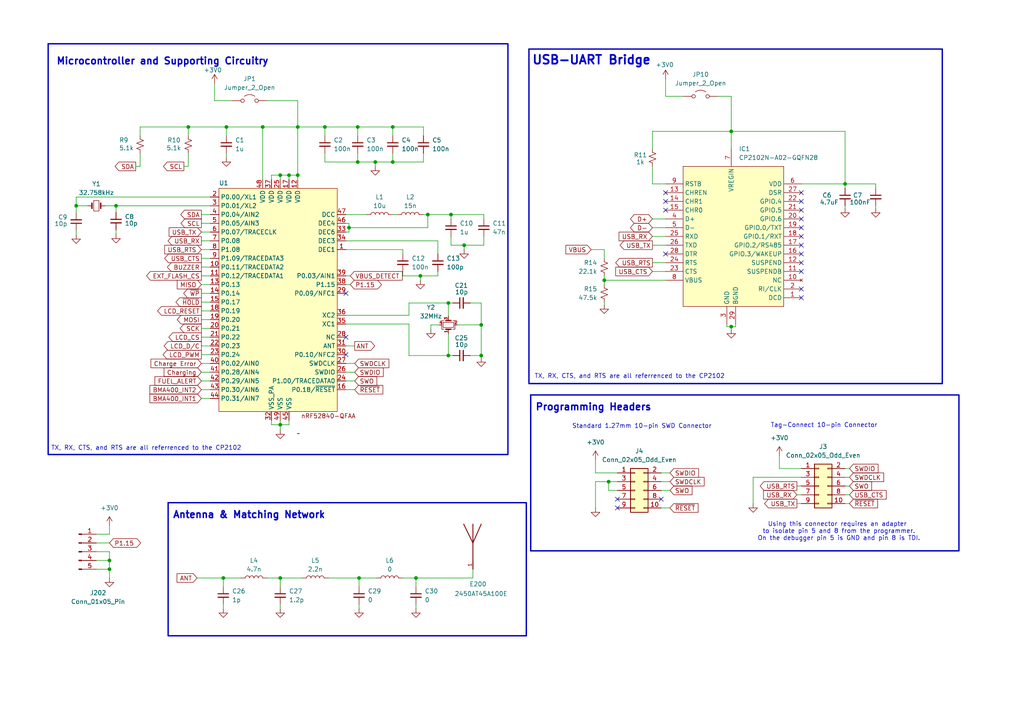
<source format=kicad_sch>
(kicad_sch (version 20231120) (generator "eeschema") (generator_version "8.0")
  (paper "A4")
  (lib_symbols
    (symbol "Connector:Conn_01x05_Pin" (pin_names (offset 1.016) hide)
      (property "Reference" "J" (at 0 7.62 0))
      (property "Value" "Conn_01x05_Pin" (at 0 -7.62 0))
      (symbol "Conn_01x05_Pin_1_1"
        (polyline (pts (xy 1.27 -5.08) (xy 0.8636 -5.08)) (stroke (width 0.1524)))
        (polyline (pts (xy 1.27 -2.54) (xy 0.8636 -2.54)) (stroke (width 0.1524)))
        (polyline (pts (xy 1.27 0) (xy 0.8636 0)) (stroke (width 0.1524)))
        (polyline (pts (xy 1.27 2.54) (xy 0.8636 2.54)) (stroke (width 0.1524)))
        (polyline (pts (xy 1.27 5.08) (xy 0.8636 5.08)) (stroke (width 0.1524)))
        (rectangle (start 0.8636 -4.953) (end 0 -5.207) (stroke (width 0.1524)) (fill (type outline)))
        (rectangle (start 0.8636 -2.413) (end 0 -2.667) (stroke (width 0.1524)) (fill (type outline)))
        (rectangle (start 0.8636 0.127) (end 0 -0.127) (stroke (width 0.1524)) (fill (type outline)))
        (rectangle (start 0.8636 2.667) (end 0 2.413) (stroke (width 0.1524)) (fill (type outline)))
        (rectangle (start 0.8636 5.207) (end 0 4.953) (stroke (width 0.1524)) (fill (type outline)))
        (pin passive line (at 5.08 5.08 180) (length 3.81) (name "Pin_1") (number "1"))
        (pin passive line (at 5.08 2.54 180) (length 3.81) (name "Pin_2") (number "2"))
        (pin passive line (at 5.08 0 180) (length 3.81) (name "Pin_3") (number "3"))
        (pin passive line (at 5.08 -2.54 180) (length 3.81) (name "Pin_4") (number "4"))
        (pin passive line (at 5.08 -5.08 180) (length 3.81) (name "Pin_5") (number "5"))
      )
    )
    (symbol "Connector_Generic:Conn_02x05_Odd_Even" (pin_names (offset 1.016) hide)
      (property "Reference" "J" (at 1.27 7.62 0))
      (property "Value" "Conn_02x05_Odd_Even" (at 1.27 -7.62 0))
      (symbol "Conn_02x05_Odd_Even_1_1"
        (rectangle (start -1.27 -4.953) (end 0 -5.207) (stroke (width 0.1524)))
        (rectangle (start -1.27 -2.413) (end 0 -2.667) (stroke (width 0.1524)))
        (rectangle (start -1.27 0.127) (end 0 -0.127) (stroke (width 0.1524)))
        (rectangle (start -1.27 2.667) (end 0 2.413) (stroke (width 0.1524)))
        (rectangle (start -1.27 5.207) (end 0 4.953) (stroke (width 0.1524)))
        (rectangle (start -1.27 6.35) (end 3.81 -6.35) (stroke (width 0.254)) (fill (type background)))
        (rectangle (start 3.81 -4.953) (end 2.54 -5.207) (stroke (width 0.1524)))
        (rectangle (start 3.81 -2.413) (end 2.54 -2.667) (stroke (width 0.1524)))
        (rectangle (start 3.81 0.127) (end 2.54 -0.127) (stroke (width 0.1524)))
        (rectangle (start 3.81 2.667) (end 2.54 2.413) (stroke (width 0.1524)))
        (rectangle (start 3.81 5.207) (end 2.54 4.953) (stroke (width 0.1524)))
        (pin passive line (at -5.08 5.08 0) (length 3.81) (name "Pin_1") (number "1"))
        (pin passive line (at 7.62 -5.08 180) (length 3.81) (name "Pin_10") (number "10"))
        (pin passive line (at 7.62 5.08 180) (length 3.81) (name "Pin_2") (number "2"))
        (pin passive line (at -5.08 2.54 0) (length 3.81) (name "Pin_3") (number "3"))
        (pin passive line (at 7.62 2.54 180) (length 3.81) (name "Pin_4") (number "4"))
        (pin passive line (at -5.08 0 0) (length 3.81) (name "Pin_5") (number "5"))
        (pin passive line (at 7.62 0 180) (length 3.81) (name "Pin_6") (number "6"))
        (pin passive line (at -5.08 -2.54 0) (length 3.81) (name "Pin_7") (number "7"))
        (pin passive line (at 7.62 -2.54 180) (length 3.81) (name "Pin_8") (number "8"))
        (pin passive line (at -5.08 -5.08 0) (length 3.81) (name "Pin_9") (number "9"))
      )
    )
    (symbol "Device:C_Small" (pin_numbers hide) (pin_names (offset 0.254) hide)
      (property "Reference" "C" (at 0.254 1.778 0))
      (property "Value" "C_Small" (at 0.254 -2.032 0))
      (symbol "C_Small_0_1"
        (polyline (pts (xy -1.524 -0.508) (xy 1.524 -0.508)) (stroke (width 0.3302)))
        (polyline (pts (xy -1.524 0.508) (xy 1.524 0.508)) (stroke (width 0.3048)))
      )
      (symbol "C_Small_1_1"
        (pin passive line (at 0 2.54 270) (length 2.032) (name "~") (number "1"))
        (pin passive line (at 0 -2.54 90) (length 2.032) (name "~") (number "2"))
      )
    )
    (symbol "Device:Crystal_GND24_Small" (pin_names (offset 1.016) hide)
      (property "Reference" "Y" (at 1.27 4.445 0))
      (property "Value" "Crystal_GND24_Small" (at 1.27 2.54 0))
      (symbol "Crystal_GND24_Small_0_1"
        (rectangle (start -0.762 -1.524) (end 0.762 1.524))
        (polyline (pts (xy -1.27 -0.762) (xy -1.27 0.762)) (stroke (width 0.381)))
        (polyline (pts (xy 1.27 -0.762) (xy 1.27 0.762)) (stroke (width 0.381)))
        (polyline (pts (xy -1.27 -1.27) (xy -1.27 -1.905) (xy 1.27 -1.905) (xy 1.27 -1.27)))
        (polyline (pts (xy -1.27 1.27) (xy -1.27 1.905) (xy 1.27 1.905) (xy 1.27 1.27)))
      )
      (symbol "Crystal_GND24_Small_1_1"
        (pin passive line (at -2.54 0 0) (length 1.27) (name "1") (number "1"))
        (pin passive line (at 0 -2.54 90) (length 0.635) (name "2") (number "2"))
        (pin passive line (at 2.54 0 180) (length 1.27) (name "3") (number "3"))
        (pin passive line (at 0 2.54 270) (length 0.635) (name "4") (number "4"))
      )
    )
    (symbol "Device:Crystal_Small" (pin_numbers hide) (pin_names (offset 1.016) hide)
      (property "Reference" "Y" (at 0 2.54 0))
      (property "Value" "Crystal_Small" (at 0 -2.54 0))
      (symbol "Crystal_Small_0_1"
        (rectangle (start -0.762 -1.524) (end 0.762 1.524))
        (polyline (pts (xy -1.27 -0.762) (xy -1.27 0.762)) (stroke (width 0.381)))
        (polyline (pts (xy 1.27 -0.762) (xy 1.27 0.762)) (stroke (width 0.381)))
      )
      (symbol "Crystal_Small_1_1"
        (pin passive line (at -2.54 0 0) (length 1.27) (name "1") (number "1"))
        (pin passive line (at 2.54 0 180) (length 1.27) (name "2") (number "2"))
      )
    )
    (symbol "Device:L" (pin_numbers hide) (pin_names (offset 1.016) hide)
      (property "Reference" "L" (at -1.27 0 90))
      (property "Value" "L" (at 1.905 0 90))
      (symbol "L_0_1"
        (arc (start 0 -2.54) (mid 0.6323 -1.905) (end 0 -1.27))
        (arc (start 0 -1.27) (mid 0.6323 -0.635) (end 0 0))
        (arc (start 0 0) (mid 0.6323 0.635) (end 0 1.27))
        (arc (start 0 1.27) (mid 0.6323 1.905) (end 0 2.54))
      )
      (symbol "L_1_1"
        (pin passive line (at 0 3.81 270) (length 1.27) (name "1") (number "1"))
        (pin passive line (at 0 -3.81 90) (length 1.27) (name "2") (number "2"))
      )
    )
    (symbol "Device:R_Small_US" (pin_numbers hide) (pin_names (offset 0.254) hide)
      (property "Reference" "R" (at 0.762 0.508 0))
      (property "Value" "R_Small_US" (at 0.762 -1.016 0))
      (symbol "R_Small_US_1_1"
        (polyline (pts (xy 0 0) (xy 1.016 -0.381) (xy 0 -0.762) (xy -1.016 -1.143) (xy 0 -1.524)))
        (polyline (pts (xy 0 1.524) (xy 1.016 1.143) (xy 0 0.762) (xy -1.016 0.381) (xy 0 0)))
        (pin passive line (at 0 2.54 270) (length 1.016) (name "~") (number "1"))
        (pin passive line (at 0 -2.54 90) (length 1.016) (name "~") (number "2"))
      )
    )
    (symbol "GeckoDevelopmentBoard:2450AT45A100E" (pin_names (offset 1.016))
      (property "Reference" "E" (at 2.8004 5.8496 0))
      (property "Value" "2450AT45A100E" (at 2.6732 3.813 0))
      (symbol "2450AT45A100E_0_0"
        (polyline (pts (xy 0 2.54) (xy -2.667 8.001)) (stroke (width 0.254)))
        (polyline (pts (xy 0 2.54) (xy 0 -5.08)) (stroke (width 0.254)))
        (polyline (pts (xy 0 8.001) (xy 0 2.54)) (stroke (width 0.254)))
        (polyline (pts (xy 2.413 8.001) (xy 0 2.54)) (stroke (width 0.254)))
        (pin input line (at 0 -5.08 90) (length 2.54) (name "~") (number "1"))
      )
    )
    (symbol "GeckoDevelopmentBoard:CP2102N-A02-GQFN28"
      (property "Reference" "IC2" (at -13.716 41.656 0))
      (property "Value" "CP2102N-A02-GQFN28" (at 4.318 -2.032 0))
      (symbol "CP2102N-A02-GQFN28_1_1"
        (rectangle (start -13.97 40.64) (end 15.24 0) (fill (type background)))
        (pin input line (at 20.32 2.54 180) (length 5.08) (name "DCD") (number "1"))
        (pin no_connect line (at 20.32 7.62 180) (length 5.08) (name "NC") (number "10"))
        (pin output line (at 20.32 10.16 180) (length 5.08) (name "SUSPENDB") (number "11"))
        (pin output line (at 20.32 12.7 180) (length 5.08) (name "SUSPEND") (number "12"))
        (pin output line (at -19.05 33.02 0) (length 5.08) (name "CHREN") (number "13"))
        (pin output line (at -19.05 30.48 0) (length 5.08) (name "CHR1") (number "14"))
        (pin output line (at -19.05 27.94 0) (length 5.08) (name "CHR0") (number "15"))
        (pin bidirectional line (at 20.32 15.24 180) (length 5.08) (name "GPIO.3/WAKEUP") (number "16"))
        (pin bidirectional line (at 20.32 17.78 180) (length 5.08) (name "GPIO.2/RS485") (number "17"))
        (pin bidirectional line (at 20.32 20.32 180) (length 5.08) (name "GPIO.1/RXT") (number "18"))
        (pin bidirectional line (at 20.32 22.86 180) (length 5.08) (name "GPIO.0/TXT") (number "19"))
        (pin bidirectional line (at 20.32 5.08 180) (length 5.08) (name "RI/CLK") (number "2"))
        (pin bidirectional line (at 20.32 25.4 180) (length 5.08) (name "GPIO.6") (number "20"))
        (pin bidirectional line (at 20.32 27.94 180) (length 5.08) (name "GPIO.5") (number "21"))
        (pin bidirectional line (at 20.32 30.48 180) (length 5.08) (name "GPIO.4") (number "22"))
        (pin input line (at -19.05 10.16 0) (length 5.08) (name "CTS") (number "23"))
        (pin output line (at -19.05 12.7 0) (length 5.08) (name "RTS") (number "24"))
        (pin input line (at -19.05 20.32 0) (length 5.08) (name "RXD") (number "25"))
        (pin output line (at -19.05 17.78 0) (length 5.08) (name "TXD") (number "26"))
        (pin input line (at 20.32 33.02 180) (length 5.08) (name "DSR") (number "27"))
        (pin output line (at -19.05 15.24 0) (length 5.08) (name "DTR") (number "28"))
        (pin power_in line (at 1.27 -5.08 90) (length 5.08) (name "BGND") (number "29"))
        (pin power_in line (at -1.27 -5.08 90) (length 5.08) (name "GND") (number "3"))
        (pin bidirectional line (at -19.05 25.4 0) (length 5.08) (name "D+") (number "4"))
        (pin bidirectional line (at -19.05 22.86 0) (length 5.08) (name "D-") (number "5"))
        (pin power_in line (at 20.32 35.56 180) (length 5.08) (name "VDD") (number "6"))
        (pin power_in line (at 0 45.72 270) (length 5.08) (name "VREGIN") (number "7"))
        (pin input line (at -19.05 7.62 0) (length 5.08) (name "VBUS") (number "8"))
        (pin input line (at -19.05 35.56 0) (length 5.08) (name "RSTB") (number "9"))
      )
    )
    (symbol "GeckoDevelopmentBoard:nRF52840-QFAA"
      (property "Reference" "U1" (at -17.78 31.75 0))
      (property "Value" "~" (at -12.7 24.13 0))
      (symbol "nRF52840-QFAA_1_1"
        (rectangle (start -17.78 30.48) (end 16.51 -34.29) (fill (type background)))
        (text "nRF52840-QFAA" (at 13.97 -35.56 0) (effects (font (size 1.27 1.27))))
        (pin input line (at 19.05 12.7 180) (length 2.54) (name "DEC1") (number "1"))
        (pin input line (at -20.32 7.62 0) (length 2.54) (name "P0.11/TRACEDATA2") (number "10"))
        (pin input line (at -20.32 5.08 0) (length 2.54) (name "P0.12/TRACEDATA1") (number "11"))
        (pin input line (at 5.08 33.02 270) (length 2.54) (name "VDD") (number "12"))
        (pin input line (at -20.32 2.54 0) (length 2.54) (name "P0.13") (number "13"))
        (pin input line (at -20.32 0 0) (length 2.54) (name "P0.14") (number "14"))
        (pin input line (at -20.32 -2.54 0) (length 2.54) (name "P0.17") (number "15"))
        (pin input line (at 19.05 -27.94 180) (length 2.54) (name "P0.18/~{RESET}") (number "16"))
        (pin input line (at 2.54 33.02 270) (length 2.54) (name "VDD") (number "17"))
        (pin input line (at -20.32 -5.08 0) (length 2.54) (name "P0.19") (number "18"))
        (pin input line (at -20.32 -7.62 0) (length 2.54) (name "P0.20") (number "19"))
        (pin input line (at -20.32 27.94 0) (length 2.54) (name "P0.00/XL1") (number "2"))
        (pin input line (at -20.32 -10.16 0) (length 2.54) (name "P0.21") (number "20"))
        (pin input line (at -20.32 -12.7 0) (length 2.54) (name "P0.22") (number "21"))
        (pin input line (at -20.32 -15.24 0) (length 2.54) (name "P0.23") (number "22"))
        (pin input line (at -20.32 -17.78 0) (length 2.54) (name "P0.24") (number "23"))
        (pin input line (at 19.05 -25.4 180) (length 2.54) (name "P1.00/TRACEDATA0") (number "24"))
        (pin input line (at 0 33.02 270) (length 2.54) (name "VDD") (number "25"))
        (pin input line (at 19.05 -22.86 180) (length 2.54) (name "SWDIO") (number "26"))
        (pin input line (at 19.05 -20.32 180) (length 2.54) (name "SWDCLK") (number "27"))
        (pin input line (at 19.05 -12.7 180) (length 2.54) (name "NC") (number "28"))
        (pin input line (at 19.05 0 180) (length 2.54) (name "P0.09/NFC1") (number "29"))
        (pin input line (at -20.32 25.4 0) (length 2.54) (name "P0.01/XL2") (number "3"))
        (pin input line (at 19.05 -17.78 180) (length 2.54) (name "P0.10/NFC2") (number "30"))
        (pin input line (at 19.05 -15.24 180) (length 2.54) (name "ANT") (number "31"))
        (pin input line (at -2.54 -36.83 90) (length 2.54) (name "VSS_PA") (number "32"))
        (pin input line (at 19.05 17.78 180) (length 2.54) (name "DEC6") (number "33"))
        (pin input line (at 19.05 15.24 180) (length 2.54) (name "DEC3") (number "34"))
        (pin input line (at 19.05 -8.89 180) (length 2.54) (name "XC1") (number "35"))
        (pin input line (at 19.05 -6.35 180) (length 2.54) (name "XC2") (number "36"))
        (pin input line (at -2.54 33.02 270) (length 2.54) (name "VDD") (number "37"))
        (pin input line (at 19.05 2.54 180) (length 2.54) (name "P1.15") (number "38"))
        (pin input line (at 19.05 5.08 180) (length 2.54) (name "P0.03/AIN1") (number "39"))
        (pin input line (at -20.32 22.86 0) (length 2.54) (name "P0.04/AIN2") (number "4"))
        (pin input line (at -20.32 -20.32 0) (length 2.54) (name "P0.02/AIN0") (number "40"))
        (pin input line (at -20.32 -22.86 0) (length 2.54) (name "P0.28/AIN4") (number "41"))
        (pin input line (at -20.32 -25.4 0) (length 2.54) (name "P0.29/AIN5") (number "42"))
        (pin input line (at -20.32 -27.94 0) (length 2.54) (name "P0.30/AIN6") (number "43"))
        (pin input line (at -20.32 -30.48 0) (length 2.54) (name "P0.31/AIN7") (number "44"))
        (pin input line (at 2.54 -36.83 90) (length 2.54) (name "VSS") (number "45"))
        (pin input line (at 19.05 20.32 180) (length 2.54) (name "DEC4") (number "46"))
        (pin input line (at 19.05 22.86 180) (length 2.54) (name "DCC") (number "47"))
        (pin input line (at -5.08 33.02 270) (length 2.54) (name "VDD") (number "48"))
        (pin input line (at 0 -36.83 90) (length 2.54) (name "VSS") (number "49"))
        (pin input line (at -20.32 20.32 0) (length 2.54) (name "P0.05/AIN3") (number "5"))
        (pin input line (at -20.32 17.78 0) (length 2.54) (name "P0.07/TRACECLK") (number "6"))
        (pin input line (at -20.32 15.24 0) (length 2.54) (name "P0.08") (number "7"))
        (pin input line (at -20.32 12.7 0) (length 2.54) (name "P1.08") (number "8"))
        (pin input line (at -20.32 10.16 0) (length 2.54) (name "P1.09/TRACEDATA3") (number "9"))
      )
    )
    (symbol "Jumper:Jumper_2_Open" (pin_numbers hide) (pin_names (offset 0) hide) (exclude_from_sim yes)
      (property "Reference" "JP" (at 0 2.794 0))
      (property "Value" "Jumper_2_Open" (at 0 -2.286 0))
      (symbol "Jumper_2_Open_0_0"
        (circle (center -2.032 0) (radius 0.508))
        (circle (center 2.032 0) (radius 0.508))
      )
      (symbol "Jumper_2_Open_0_1"
        (arc (start 1.524 1.27) (mid 0 1.778) (end -1.524 1.27))
      )
      (symbol "Jumper_2_Open_1_1"
        (pin passive line (at -5.08 0 0) (length 2.54) (name "A") (number "1"))
        (pin passive line (at 5.08 0 180) (length 2.54) (name "B") (number "2"))
      )
    )
    (symbol "power:+3V0" (power) (pin_names (offset 0))
      (property "Value" "+3V0" (at 0 3.556 0))
      (symbol "+3V0_0_1"
        (polyline (pts (xy -0.762 1.27) (xy 0 2.54)))
        (polyline (pts (xy 0 0) (xy 0 2.54)))
        (polyline (pts (xy 0 2.54) (xy 0.762 1.27)))
      )
      (symbol "+3V0_1_1"
        (pin power_in line (at 0 0 90) (length 0) hide (name "+3V0") (number "1"))
      )
    )
    (symbol "power:GND" (power) (pin_names (offset 0))
      (property "Value" "GND" (at 0 -3.81 0))
      (symbol "GND_0_1"
        (polyline (pts (xy 0 0) (xy 0 -1.27) (xy 1.27 -1.27) (xy 0 -2.54) (xy -1.27 -1.27) (xy 0 -1.27)))
      )
      (symbol "GND_1_1"
        (pin power_in line (at 0 0 270) (length 0) hide (name "GND") (number "1"))
      )
    )
  )
  (junction (at 101.219 66.04))
  (junction (at 124.079 62.23))
  (junction (at 113.919 46.99))
  (junction (at 86.36 36.83))
  (junction (at 65.659 36.83))
  (junction (at 176.53 139.7))
  (junction (at 130.048 87.884))
  (junction (at 81.28 50.8))
  (junction (at 104.14 167.64))
  (junction (at 33.655 59.69))
  (junction (at 245.11 53.34))
  (junction (at 64.77 167.64))
  (junction (at 83.82 50.8))
  (junction (at 54.61 36.83))
  (junction (at 130.81 62.23))
  (junction (at 76.2 36.83))
  (junction (at 121.92 80.01))
  (junction (at 139.573 103.124))
  (junction (at 139.573 94.234))
  (junction (at 120.65 167.64))
  (junction (at 94.234 36.83))
  (junction (at 130.048 103.124))
  (junction (at 81.28 167.64))
  (junction (at 81.28 123.19))
  (junction (at 86.36 50.8))
  (junction (at 113.919 36.83))
  (junction (at 31.75 162.56))
  (junction (at 31.75 165.1))
  (junction (at 212.09 94.742))
  (junction (at 108.839 46.99))
  (junction (at 22.098 59.69))
  (junction (at 212.09 38.1))
  (junction (at 103.759 46.99))
  (junction (at 103.759 36.83))
  (junction (at 175.26 81.28))
  (junction (at 134.62 71.12))
  (no_connect (at 232.41 83.82))
  (no_connect (at 232.41 68.58))
  (no_connect (at 232.41 76.2))
  (no_connect (at 232.41 60.96))
  (no_connect (at 179.07 147.32))
  (no_connect (at 100.33 85.09))
  (no_connect (at 232.41 73.66))
  (no_connect (at 193.04 55.88))
  (no_connect (at 232.41 78.74))
  (no_connect (at 193.04 73.66))
  (no_connect (at 100.33 102.87))
  (no_connect (at 193.04 60.96))
  (no_connect (at 179.07 144.78))
  (no_connect (at 100.33 97.79))
  (no_connect (at 232.41 55.88))
  (no_connect (at 232.41 63.5))
  (no_connect (at 232.41 86.36))
  (no_connect (at 193.04 58.42))
  (no_connect (at 232.41 58.42))
  (no_connect (at 232.41 66.04))
  (no_connect (at 191.77 144.78))
  (no_connect (at 232.41 71.12))
  (wire (pts (xy 100.33 100.33) (xy 102.87 100.33)))
  (wire (pts (xy 231.14 146.05) (xy 232.41 146.05)))
  (wire (pts (xy 58.42 113.03) (xy 60.96 113.03)))
  (wire (pts (xy 94.234 36.83) (xy 94.234 39.37)))
  (wire (pts (xy 22.098 66.802) (xy 22.098 68.072)))
  (wire (pts (xy 22.098 59.69) (xy 25.4 59.69)))
  (wire (pts (xy 212.09 38.1) (xy 245.11 38.1)))
  (wire (pts (xy 118.618 91.44) (xy 118.618 87.884)))
  (wire (pts (xy 175.26 81.28) (xy 193.04 81.28)))
  (wire (pts (xy 78.74 123.19) (xy 81.28 123.19)))
  (wire (pts (xy 58.42 62.23) (xy 60.96 62.23)))
  (wire (pts (xy 198.12 27.94) (xy 193.04 27.94)))
  (wire (pts (xy 139.573 103.124) (xy 139.573 103.759)))
  (wire (pts (xy 54.61 39.37) (xy 54.61 36.83)))
  (wire (pts (xy 103.759 39.37) (xy 103.759 36.83)))
  (wire (pts (xy 77.47 167.64) (xy 81.28 167.64)))
  (wire (pts (xy 81.28 123.19) (xy 81.28 121.92)))
  (wire (pts (xy 131.318 87.884) (xy 130.048 87.884)))
  (wire (pts (xy 218.44 138.43) (xy 218.44 146.05)))
  (wire (pts (xy 104.14 167.64) (xy 109.22 167.64)))
  (wire (pts (xy 191.77 139.7) (xy 194.31 139.7)))
  (wire (pts (xy 100.33 80.01) (xy 101.6 80.01)))
  (wire (pts (xy 58.42 67.31) (xy 60.96 67.31)))
  (wire (pts (xy 100.33 91.44) (xy 118.618 91.44)))
  (wire (pts (xy 64.77 175.26) (xy 64.77 176.53)))
  (wire (pts (xy 100.33 113.03) (xy 102.87 113.03)))
  (wire (pts (xy 121.92 80.01) (xy 121.92 81.28)))
  (wire (pts (xy 58.42 87.63) (xy 60.96 87.63)))
  (wire (pts (xy 140.335 63.5) (xy 140.335 62.23)))
  (wire (pts (xy 65.659 44.45) (xy 65.659 45.72)))
  (wire (pts (xy 65.659 36.83) (xy 65.659 39.37)))
  (wire (pts (xy 76.2 36.83) (xy 86.36 36.83)))
  (wire (pts (xy 58.42 64.77) (xy 60.96 64.77)))
  (wire (pts (xy 245.11 138.43) (xy 246.38 138.43)))
  (wire (pts (xy 189.23 71.12) (xy 193.04 71.12)))
  (wire (pts (xy 212.09 27.94) (xy 212.09 38.1)))
  (wire (pts (xy 31.75 165.1) (xy 31.75 167.64)))
  (wire (pts (xy 189.23 78.74) (xy 193.04 78.74)))
  (wire (pts (xy 127 78.74) (xy 127 80.01)))
  (wire (pts (xy 64.77 167.64) (xy 69.85 167.64)))
  (wire (pts (xy 122.809 46.99) (xy 113.919 46.99)))
  (wire (pts (xy 103.759 36.83) (xy 113.919 36.83)))
  (wire (pts (xy 58.42 102.87) (xy 60.96 102.87)))
  (wire (pts (xy 58.42 85.09) (xy 60.96 85.09)))
  (wire (pts (xy 116.84 80.01) (xy 121.92 80.01)))
  (wire (pts (xy 58.42 77.47) (xy 60.96 77.47)))
  (wire (pts (xy 124.079 66.04) (xy 124.079 62.23)))
  (wire (pts (xy 100.33 62.23) (xy 106.299 62.23)))
  (wire (pts (xy 58.42 72.39) (xy 60.96 72.39)))
  (wire (pts (xy 232.41 53.34) (xy 245.11 53.34)))
  (wire (pts (xy 58.42 100.33) (xy 60.96 100.33)))
  (wire (pts (xy 130.81 68.58) (xy 130.81 71.12)))
  (wire (pts (xy 57.15 167.64) (xy 64.77 167.64)))
  (wire (pts (xy 78.74 50.8) (xy 81.28 50.8)))
  (wire (pts (xy 58.42 92.71) (xy 60.96 92.71)))
  (wire (pts (xy 104.14 167.64) (xy 104.14 170.18)))
  (wire (pts (xy 101.219 64.77) (xy 101.219 66.04)))
  (wire (pts (xy 136.398 103.124) (xy 139.573 103.124)))
  (wire (pts (xy 108.839 46.99) (xy 108.839 48.26)))
  (wire (pts (xy 116.84 167.64) (xy 120.65 167.64)))
  (wire (pts (xy 210.82 93.98) (xy 210.82 94.742)))
  (wire (pts (xy 245.11 146.05) (xy 246.38 146.05)))
  (wire (pts (xy 189.23 43.18) (xy 189.23 38.1)))
  (wire (pts (xy 100.33 93.98) (xy 118.618 93.98)))
  (wire (pts (xy 122.809 36.83) (xy 113.919 36.83)))
  (wire (pts (xy 189.23 53.34) (xy 193.04 53.34)))
  (wire (pts (xy 40.64 36.83) (xy 54.61 36.83)))
  (wire (pts (xy 232.41 135.89) (xy 226.06 135.89)))
  (wire (pts (xy 172.72 139.7) (xy 172.72 147.32)))
  (wire (pts (xy 245.11 53.34) (xy 254 53.34)))
  (wire (pts (xy 245.11 135.89) (xy 246.38 135.89)))
  (wire (pts (xy 76.2 52.07) (xy 76.2 36.83)))
  (wire (pts (xy 58.42 97.79) (xy 60.96 97.79)))
  (wire (pts (xy 83.82 123.19) (xy 81.28 123.19)))
  (wire (pts (xy 58.42 80.01) (xy 60.96 80.01)))
  (wire (pts (xy 120.65 167.64) (xy 137.16 167.64)))
  (wire (pts (xy 81.28 50.8) (xy 83.82 50.8)))
  (wire (pts (xy 83.82 121.92) (xy 83.82 123.19)))
  (wire (pts (xy 54.61 36.83) (xy 65.659 36.83)))
  (wire (pts (xy 58.42 105.41) (xy 60.96 105.41)))
  (wire (pts (xy 127 69.85) (xy 127 73.66)))
  (wire (pts (xy 54.61 48.26) (xy 53.34 48.26)))
  (wire (pts (xy 179.07 137.16) (xy 172.72 137.16)))
  (wire (pts (xy 22.098 61.722) (xy 22.098 59.69)))
  (wire (pts (xy 40.64 39.37) (xy 40.64 36.83)))
  (wire (pts (xy 33.655 66.675) (xy 33.655 67.945)))
  (wire (pts (xy 95.25 167.64) (xy 104.14 167.64)))
  (wire (pts (xy 130.048 96.774) (xy 130.048 103.124)))
  (wire (pts (xy 54.61 44.45) (xy 54.61 48.26)))
  (wire (pts (xy 100.33 105.41) (xy 102.87 105.41)))
  (wire (pts (xy 176.53 139.7) (xy 172.72 139.7)))
  (wire (pts (xy 31.75 154.94) (xy 31.75 152.4)))
  (wire (pts (xy 254 59.69) (xy 254 60.452)))
  (wire (pts (xy 30.48 59.69) (xy 33.655 59.69)))
  (wire (pts (xy 81.28 167.64) (xy 81.28 170.18)))
  (wire (pts (xy 191.77 142.24) (xy 194.31 142.24)))
  (wire (pts (xy 130.048 103.124) (xy 131.318 103.124)))
  (wire (pts (xy 245.11 140.97) (xy 246.38 140.97)))
  (wire (pts (xy 86.36 36.83) (xy 94.234 36.83)))
  (wire (pts (xy 58.42 115.57) (xy 60.96 115.57)))
  (wire (pts (xy 231.14 143.51) (xy 232.41 143.51)))
  (wire (pts (xy 245.11 143.51) (xy 246.38 143.51)))
  (wire (pts (xy 189.23 63.5) (xy 193.04 63.5)))
  (wire (pts (xy 171.45 72.39) (xy 175.26 72.39)))
  (wire (pts (xy 120.65 175.26) (xy 120.65 176.53)))
  (wire (pts (xy 64.77 167.64) (xy 64.77 170.18)))
  (wire (pts (xy 191.77 137.16) (xy 194.31 137.16)))
  (wire (pts (xy 77.47 29.21) (xy 86.36 29.21)))
  (wire (pts (xy 189.23 68.58) (xy 193.04 68.58)))
  (wire (pts (xy 226.06 135.89) (xy 226.06 132.08)))
  (wire (pts (xy 58.42 90.17) (xy 60.96 90.17)))
  (wire (pts (xy 130.81 62.23) (xy 130.81 63.5)))
  (wire (pts (xy 40.64 48.26) (xy 39.37 48.26)))
  (wire (pts (xy 175.26 81.28) (xy 175.26 82.55)))
  (wire (pts (xy 127 80.01) (xy 121.92 80.01)))
  (wire (pts (xy 231.14 140.97) (xy 232.41 140.97)))
  (wire (pts (xy 62.23 29.21) (xy 62.23 24.13)))
  (wire (pts (xy 65.659 36.83) (xy 76.2 36.83)))
  (wire (pts (xy 33.655 61.595) (xy 33.655 59.69)))
  (wire (pts (xy 122.809 62.23) (xy 124.079 62.23)))
  (wire (pts (xy 86.36 29.21) (xy 86.36 36.83)))
  (wire (pts (xy 100.33 72.39) (xy 116.84 72.39)))
  (wire (pts (xy 113.919 44.45) (xy 113.919 46.99)))
  (wire (pts (xy 86.36 52.07) (xy 86.36 50.8)))
  (wire (pts (xy 94.234 46.99) (xy 103.759 46.99)))
  (wire (pts (xy 100.33 69.85) (xy 127 69.85)))
  (wire (pts (xy 81.28 175.26) (xy 81.28 176.53)))
  (wire (pts (xy 67.31 29.21) (xy 62.23 29.21)))
  (wire (pts (xy 58.42 69.85) (xy 60.96 69.85)))
  (wire (pts (xy 104.14 175.26) (xy 104.14 176.53)))
  (wire (pts (xy 137.16 165.1) (xy 137.16 167.64)))
  (wire (pts (xy 116.84 73.66) (xy 116.84 72.39)))
  (wire (pts (xy 139.573 87.884) (xy 139.573 94.234)))
  (wire (pts (xy 132.588 94.234) (xy 139.573 94.234)))
  (wire (pts (xy 210.82 94.742) (xy 212.09 94.742)))
  (wire (pts (xy 120.65 167.64) (xy 120.65 170.18)))
  (wire (pts (xy 139.573 94.234) (xy 139.573 103.124)))
  (wire (pts (xy 58.42 74.93) (xy 60.96 74.93)))
  (wire (pts (xy 213.36 94.742) (xy 212.09 94.742)))
  (wire (pts (xy 189.23 66.04) (xy 193.04 66.04)))
  (wire (pts (xy 113.919 46.99) (xy 108.839 46.99)))
  (wire (pts (xy 81.28 167.64) (xy 87.63 167.64)))
  (wire (pts (xy 116.84 78.74) (xy 116.84 80.01)))
  (wire (pts (xy 254 54.61) (xy 254 53.34)))
  (wire (pts (xy 212.09 38.1) (xy 212.09 43.18)))
  (wire (pts (xy 124.968 94.234) (xy 127.508 94.234)))
  (wire (pts (xy 140.335 68.58) (xy 140.335 71.12)))
  (wire (pts (xy 124.079 62.23) (xy 130.81 62.23)))
  (wire (pts (xy 134.62 71.12) (xy 134.62 72.39)))
  (wire (pts (xy 176.53 142.24) (xy 176.53 139.7)))
  (wire (pts (xy 175.26 87.63) (xy 175.26 88.392)))
  (wire (pts (xy 81.28 123.19) (xy 81.28 124.714)))
  (wire (pts (xy 118.618 103.124) (xy 130.048 103.124)))
  (wire (pts (xy 31.75 162.56) (xy 31.75 165.1)))
  (wire (pts (xy 31.75 160.02) (xy 31.75 162.56)))
  (wire (pts (xy 191.77 147.32) (xy 194.31 147.32)))
  (wire (pts (xy 78.74 121.92) (xy 78.74 123.19)))
  (wire (pts (xy 175.26 80.01) (xy 175.26 81.28)))
  (wire (pts (xy 136.398 87.884) (xy 139.573 87.884)))
  (wire (pts (xy 113.919 39.37) (xy 113.919 36.83)))
  (wire (pts (xy 189.23 76.2) (xy 193.04 76.2)))
  (wire (pts (xy 81.28 50.8) (xy 81.28 52.07)))
  (wire (pts (xy 130.81 71.12) (xy 134.62 71.12)))
  (wire (pts (xy 122.809 44.45) (xy 122.809 46.99)))
  (wire (pts (xy 118.618 87.884) (xy 130.048 87.884)))
  (wire (pts (xy 193.04 27.94) (xy 193.04 22.86)))
  (wire (pts (xy 134.62 71.12) (xy 140.335 71.12)))
  (wire (pts (xy 27.94 154.94) (xy 31.75 154.94)))
  (wire (pts (xy 118.618 93.98) (xy 118.618 103.124)))
  (wire (pts (xy 103.759 46.99) (xy 103.759 44.45)))
  (wire (pts (xy 172.72 137.16) (xy 172.72 133.35)))
  (wire (pts (xy 245.11 59.69) (xy 245.11 60.452)))
  (wire (pts (xy 86.36 50.8) (xy 86.36 36.83)))
  (wire (pts (xy 58.42 95.25) (xy 60.96 95.25)))
  (wire (pts (xy 189.23 48.26) (xy 189.23 53.34)))
  (wire (pts (xy 27.94 157.48) (xy 31.75 157.48)))
  (wire (pts (xy 179.07 139.7) (xy 176.53 139.7)))
  (wire (pts (xy 245.11 38.1) (xy 245.11 53.34)))
  (wire (pts (xy 232.41 138.43) (xy 218.44 138.43)))
  (wire (pts (xy 100.33 107.95) (xy 102.87 107.95)))
  (wire (pts (xy 124.968 95.504) (xy 124.968 94.234)))
  (wire (pts (xy 189.23 38.1) (xy 212.09 38.1)))
  (wire (pts (xy 101.219 66.04) (xy 101.219 67.31)))
  (wire (pts (xy 213.36 93.98) (xy 213.36 94.742)))
  (wire (pts (xy 58.42 110.49) (xy 60.96 110.49)))
  (wire (pts (xy 122.809 39.37) (xy 122.809 36.83)))
  (wire (pts (xy 100.33 64.77) (xy 101.219 64.77)))
  (wire (pts (xy 27.94 160.02) (xy 31.75 160.02)))
  (wire (pts (xy 94.234 36.83) (xy 103.759 36.83)))
  (wire (pts (xy 100.33 82.55) (xy 101.6 82.55)))
  (wire (pts (xy 245.11 54.61) (xy 245.11 53.34)))
  (wire (pts (xy 175.26 72.39) (xy 175.26 74.93)))
  (wire (pts (xy 113.919 62.23) (xy 115.189 62.23)))
  (wire (pts (xy 27.94 165.1) (xy 31.75 165.1)))
  (wire (pts (xy 100.33 110.49) (xy 102.87 110.49)))
  (wire (pts (xy 78.74 52.07) (xy 78.74 50.8)))
  (wire (pts (xy 83.82 52.07) (xy 83.82 50.8)))
  (wire (pts (xy 22.098 57.15) (xy 60.96 57.15)))
  (wire (pts (xy 27.94 162.56) (xy 31.75 162.56)))
  (wire (pts (xy 58.42 82.55) (xy 60.96 82.55)))
  (wire (pts (xy 22.098 57.15) (xy 22.098 59.69)))
  (wire (pts (xy 140.335 62.23) (xy 130.81 62.23)))
  (wire (pts (xy 94.234 44.45) (xy 94.234 46.99)))
  (wire (pts (xy 58.42 107.95) (xy 60.96 107.95)))
  (wire (pts (xy 33.655 59.69) (xy 60.96 59.69)))
  (wire (pts (xy 208.28 27.94) (xy 212.09 27.94)))
  (wire (pts (xy 212.09 94.742) (xy 212.09 95.504)))
  (wire (pts (xy 83.82 50.8) (xy 86.36 50.8)))
  (wire (pts (xy 103.759 46.99) (xy 108.839 46.99)))
  (wire (pts (xy 179.07 142.24) (xy 176.53 142.24)))
  (wire (pts (xy 101.219 67.31) (xy 100.33 67.31)))
  (wire (pts (xy 40.64 44.45) (xy 40.64 48.26)))
  (wire (pts (xy 130.048 87.884) (xy 130.048 91.694)))
  (wire (pts (xy 101.219 66.04) (xy 124.079 66.04)))
  (rectangle (start 48.768 145.796) (end 152.654 184.404) (stroke (width 0.4)))
  (rectangle (start 153.924 114.554) (end 278.13 159.766) (stroke (width 0.4)))
  (rectangle (start 153.416 14.224) (end 273.304 111.252) (stroke (width 0.4)))
  (rectangle (start 13.97 12.7) (end 147.32 131.826) (stroke (width 0.4)))
  (text "USB-UART Bridge" (at 154.178 19.05 0) (effects (font (size 2.54 2.54) (thickness 0.508) (bold yes)) (justify left bottom)))
  (text "TX, RX, CTS, and RTS are all referrenced to the CP2102" (at 42.418 130.048 0) (effects (font (size 1.27 1.27))))
  (text "Tag-Connect 10-pin Connector" (at 239.014 123.444 0) (effects (font (size 1.27 1.27))))
  (text "Antenna & Matching Network" (at 50.038 150.622 0) (effects (font (size 2 2) (bold yes)) (justify left bottom)))
  (text "Programming Headers" (at 155.194 119.38 0) (effects (font (size 2 2) (bold yes)) (justify left bottom)))
  (text "TX, RX, CTS, and RTS are all referrenced to the CP2102" (at 182.626 109.22 0) (effects (font (size 1.27 1.27))))
  (text "Standard 1.27mm 10-pin SWD Connector" (at 186.182 123.698 0) (effects (font (size 1.27 1.27))))
  (text "Microcontroller and Supporting Circuitry" (at 16.256 19.05 0) (effects (font (size 2 2) (bold yes)) (justify left bottom)))
  (text "Using this connector requires an adapter \nto isolate pin 5 and 8 from the programmer.\nOn the debugger pin 5 is GND and pin 8 is TDI." (at 243.332 154.178 0) (effects (font (size 1.27 1.27))))
  (global_label "VBUS_DETECT" (shape input) (at 101.6 80.01 0) (property "Intersheetrefs" "${INTERSHEET_REFS}" (effects (hide yes))))
  (global_label "SWO" (shape input) (at 102.87 110.49 0) (property "Intersheetrefs" "${INTERSHEET_REFS}" (effects (hide yes))))
  (global_label "MISO" (shape input) (at 58.42 82.55 180) (property "Intersheetrefs" "${INTERSHEET_REFS}" (effects (hide yes))))
  (global_label "D-" (shape bidirectional) (at 189.23 66.04 180) (property "Intersheetrefs" "${INTERSHEET_REFS}" (effects (hide yes))))
  (global_label "USB_TX" (shape output) (at 231.14 146.05 180) (property "Intersheetrefs" "${INTERSHEET_REFS}" (effects (hide yes))))
  (global_label "VBUS" (shape input) (at 171.45 72.39 180) (property "Intersheetrefs" "${INTERSHEET_REFS}" (effects (hide yes))))
  (global_label "FUEL_ALERT" (shape input) (at 58.42 110.49 180) (property "Intersheetrefs" "${INTERSHEET_REFS}" (effects (hide yes))))
  (global_label "LCD_RESET" (shape output) (at 58.42 90.17 180) (property "Intersheetrefs" "${INTERSHEET_REFS}" (effects (hide yes))))
  (global_label "USB_CTS" (shape input) (at 189.23 78.74 180) (property "Intersheetrefs" "${INTERSHEET_REFS}" (effects (hide yes))))
  (global_label "D+" (shape bidirectional) (at 189.23 63.5 180) (property "Intersheetrefs" "${INTERSHEET_REFS}" (effects (hide yes))))
  (global_label "SWDCLK" (shape input) (at 102.87 105.41 0) (property "Intersheetrefs" "${INTERSHEET_REFS}" (effects (hide yes))))
  (global_label "USB_CTS" (shape output) (at 58.42 74.93 180) (property "Intersheetrefs" "${INTERSHEET_REFS}" (effects (hide yes))))
  (global_label "ANT" (shape output) (at 102.87 100.33 0) (property "Intersheetrefs" "${INTERSHEET_REFS}" (effects (hide yes))))
  (global_label "SWDCLK" (shape input) (at 246.38 138.43 0) (property "Intersheetrefs" "${INTERSHEET_REFS}" (effects (hide yes))))
  (global_label "SCL" (shape output) (at 58.42 64.77 180) (property "Intersheetrefs" "${INTERSHEET_REFS}" (effects (hide yes))))
  (global_label "SCL" (shape output) (at 53.34 48.26 180) (property "Intersheetrefs" "${INTERSHEET_REFS}" (effects (hide yes))))
  (global_label "~{RESET}" (shape input) (at 246.38 146.05 0) (property "Intersheetrefs" "${INTERSHEET_REFS}" (effects (hide yes))))
  (global_label "USB_TX" (shape input) (at 58.42 67.31 180) (property "Intersheetrefs" "${INTERSHEET_REFS}" (effects (hide yes))))
  (global_label "SWDCLK" (shape input) (at 194.31 139.7 0) (property "Intersheetrefs" "${INTERSHEET_REFS}" (effects (hide yes))))
  (global_label "MOSI" (shape output) (at 58.42 92.71 180) (property "Intersheetrefs" "${INTERSHEET_REFS}" (effects (hide yes))))
  (global_label "~{RESET}" (shape input) (at 102.87 113.03 0) (property "Intersheetrefs" "${INTERSHEET_REFS}" (effects (hide yes))))
  (global_label "~{WP}" (shape output) (at 58.42 85.09 180) (property "Intersheetrefs" "${INTERSHEET_REFS}" (effects (hide yes))))
  (global_label "USB_RTS" (shape output) (at 189.23 76.2 180) (property "Intersheetrefs" "${INTERSHEET_REFS}" (effects (hide yes))))
  (global_label "EXT_FLASH_CS" (shape output) (at 58.42 80.01 180) (property "Intersheetrefs" "${INTERSHEET_REFS}" (effects (hide yes))))
  (global_label "LCD_PWM" (shape output) (at 58.42 102.87 180) (property "Intersheetrefs" "${INTERSHEET_REFS}" (effects (hide yes))))
  (global_label "SWDIO" (shape input) (at 102.87 107.95 0) (property "Intersheetrefs" "${INTERSHEET_REFS}" (effects (hide yes))))
  (global_label "USB_RX" (shape input) (at 189.23 68.58 180) (property "Intersheetrefs" "${INTERSHEET_REFS}" (effects (hide yes))))
  (global_label "SCK" (shape output) (at 58.42 95.25 180) (property "Intersheetrefs" "${INTERSHEET_REFS}" (effects (hide yes))))
  (global_label "P1.15" (shape bidirectional) (at 31.75 157.48 0) (property "Intersheetrefs" "${INTERSHEET_REFS}" (effects (hide yes))))
  (global_label "SDA" (shape output) (at 58.42 62.23 180) (property "Intersheetrefs" "${INTERSHEET_REFS}" (effects (hide yes))))
  (global_label "SWDIO" (shape input) (at 246.38 135.89 0) (property "Intersheetrefs" "${INTERSHEET_REFS}" (effects (hide yes))))
  (global_label "SWO" (shape input) (at 246.38 140.97 0) (property "Intersheetrefs" "${INTERSHEET_REFS}" (effects (hide yes))))
  (global_label "LCD_CS" (shape output) (at 58.42 97.79 180) (property "Intersheetrefs" "${INTERSHEET_REFS}" (effects (hide yes))))
  (global_label "BMA400_INT2" (shape input) (at 58.42 113.03 180) (property "Intersheetrefs" "${INTERSHEET_REFS}" (effects (hide yes))))
  (global_label "Charging" (shape input) (at 58.42 107.95 180) (property "Intersheetrefs" "${INTERSHEET_REFS}" (effects (hide yes))))
  (global_label "BMA400_INT1" (shape input) (at 58.42 115.57 180) (property "Intersheetrefs" "${INTERSHEET_REFS}" (effects (hide yes))))
  (global_label "SWDIO" (shape input) (at 194.31 137.16 0) (property "Intersheetrefs" "${INTERSHEET_REFS}" (effects (hide yes))))
  (global_label "USB_TX" (shape output) (at 189.23 71.12 180) (property "Intersheetrefs" "${INTERSHEET_REFS}" (effects (hide yes))))
  (global_label "~{HOLD}" (shape output) (at 58.42 87.63 180) (property "Intersheetrefs" "${INTERSHEET_REFS}" (effects (hide yes))))
  (global_label "Charge Error" (shape input) (at 58.42 105.41 180) (property "Intersheetrefs" "${INTERSHEET_REFS}" (effects (hide yes))))
  (global_label "USB_RTS" (shape output) (at 231.14 140.97 180) (property "Intersheetrefs" "${INTERSHEET_REFS}" (effects (hide yes))))
  (global_label "SWO" (shape input) (at 194.31 142.24 0) (property "Intersheetrefs" "${INTERSHEET_REFS}" (effects (hide yes))))
  (global_label "USB_RX" (shape input) (at 231.14 143.51 180) (property "Intersheetrefs" "${INTERSHEET_REFS}" (effects (hide yes))))
  (global_label "P1.15" (shape bidirectional) (at 101.6 82.55 0) (property "Intersheetrefs" "${INTERSHEET_REFS}" (effects (hide yes))))
  (global_label "LCD_D{slash}C" (shape output) (at 58.42 100.33 180) (property "Intersheetrefs" "${INTERSHEET_REFS}" (effects (hide yes))))
  (global_label "BUZZER" (shape output) (at 58.42 77.47 180) (property "Intersheetrefs" "${INTERSHEET_REFS}" (effects (hide yes))))
  (global_label "USB_RX" (shape output) (at 58.42 69.85 180) (property "Intersheetrefs" "${INTERSHEET_REFS}" (effects (hide yes))))
  (global_label "USB_CTS" (shape input) (at 246.38 143.51 0) (property "Intersheetrefs" "${INTERSHEET_REFS}" (effects (hide yes))))
  (global_label "USB_RTS" (shape input) (at 58.42 72.39 180) (property "Intersheetrefs" "${INTERSHEET_REFS}" (effects (hide yes))))
  (global_label "SDA" (shape output) (at 39.37 48.26 180) (property "Intersheetrefs" "${INTERSHEET_REFS}" (effects (hide yes))))
  (global_label "ANT" (shape input) (at 57.15 167.64 180) (property "Intersheetrefs" "${INTERSHEET_REFS}" (effects (hide yes))))
  (global_label "~{RESET}" (shape input) (at 194.31 147.32 0) (property "Intersheetrefs" "${INTERSHEET_REFS}" (effects (hide yes))))
  (symbol (lib_id "power:GND") (at 218.44 146.05 0) (unit 1)
    (property "Reference" "#PWR045" (effects (hide yes)))
    (property "Value" "GND" (effects (hide yes)))
  )
  (symbol (lib_id "power:GND") (at 65.659 45.72 0) (unit 1)
    (property "Reference" "#PWR03" (effects (hide yes)))
    (property "Value" "GND" (effects (hide yes)))
  )
  (symbol (lib_id "power:GND") (at 212.09 95.504 0) (unit 1)
    (property "Reference" "#PWR037" (effects (hide yes)))
    (property "Value" "GND" (effects (hide yes)))
  )
  (symbol (lib_id "power:GND") (at 172.72 147.32 0) (unit 1)
    (property "Reference" "#PWR050" (effects (hide yes)))
    (property "Value" "GND" (effects (hide yes)))
  )
  (symbol (lib_id "power:GND") (at 22.098 68.072 0) (unit 1)
    (property "Reference" "#PWR08" (effects (hide yes)))
    (property "Value" "GND" (effects (hide yes)))
  )
  (symbol (lib_id "Device:C_Small") (at 254 57.15 0) (unit 1)
    (property "Reference" "C7" (at 247.396 56.642 0) (effects (justify left)))
    (property "Value" "100nF" (at 246.38 58.674 0) (effects (justify left)))
    (property "Footprint" "Capacitor_SMD:C_0402_1005Metric" (effects (hide yes)))
  )
  (symbol (lib_id "Device:C_Small") (at 120.65 172.72 0) (unit 1)
    (property "Reference" "C30" (at 123.19 171.4562 0) (effects (justify left)))
    (property "Value" "0" (at 123.19 173.9962 0) (effects (justify left)))
    (property "Footprint" "Capacitor_SMD:C_0402_1005Metric" (effects (hide yes)))
  )
  (symbol (lib_id "GeckoDevelopmentBoard:nRF52840-QFAA") (at 81.28 85.09 0) (unit 1)
    (property "Reference" "U1" (at 63.5 53.086 0) (effects (justify left)))
    (property "Value" "~" (at 86.0141 125.73 0) (effects (justify left)))
    (property "Footprint" "GeckoDevelopmentBoard:nrf52840_QFN40P600X600X95-49N-D" (effects (hide yes)))
  )
  (symbol (lib_id "power:+3V0") (at 62.23 24.13 0) (unit 1)
    (property "Reference" "#PWR01" (effects (hide yes)))
    (property "Value" "+3V0" (at 61.722 20.32 0))
  )
  (symbol (lib_id "Device:C_Small") (at 81.28 172.72 0) (unit 1)
    (property "Reference" "C27" (at 83.82 171.4563 0) (effects (justify left)))
    (property "Value" "1.2p" (at 83.82 173.9963 0) (effects (justify left)))
    (property "Footprint" "Capacitor_SMD:C_0402_1005Metric" (effects (hide yes)))
  )
  (symbol (lib_id "power:GND") (at 120.65 176.53 0) (unit 1)
    (property "Reference" "#PWR054" (effects (hide yes)))
    (property "Value" "GND" (effects (hide yes)))
  )
  (symbol (lib_id "Jumper:Jumper_2_Open") (at 72.39 29.21 0) (unit 1) (exclude_from_sim yes)
    (property "Reference" "JP1" (at 72.39 22.86 0))
    (property "Value" "Jumper_2_Open" (at 72.39 25.4 0))
    (property "Footprint" "GeckoDevelopmentBoard:2pinJumper_HDRV2W110P0X254_1X2_508X254X854P" (effects (hide yes)))
    (property "Description" "Jumper, 2-pole, open" (effects (hide yes)))
  )
  (symbol (lib_id "Device:Crystal_GND24_Small") (at 130.048 94.234 90) (unit 1)
    (property "Reference" "Y2" (at 124.968 89.154 90))
    (property "Value" "32MHz" (at 124.968 91.694 90))
    (property "Footprint" "GeckoDevelopmentBoard:32MHz_ECS320837CKMTR3" (effects (hide yes)))
  )
  (symbol (lib_id "power:GND") (at 104.14 176.53 0) (unit 1)
    (property "Reference" "#PWR053" (effects (hide yes)))
    (property "Value" "GND" (effects (hide yes)))
  )
  (symbol (lib_id "power:GND") (at 108.839 48.26 0) (unit 1)
    (property "Reference" "#PWR04" (effects (hide yes)))
    (property "Value" "GND" (effects (hide yes)))
  )
  (symbol (lib_id "Device:R_Small_US") (at 40.64 41.91 180) (unit 1)
    (property "Reference" "R9" (at 34.544 40.64 0) (effects (justify right)))
    (property "Value" "5.1k" (at 34.544 42.926 0) (effects (justify right)))
    (property "Footprint" "Resistor_SMD:R_0402_1005Metric" (effects (hide yes)))
  )
  (symbol (lib_id "power:GND") (at 175.26 88.392 0) (unit 1)
    (property "Reference" "#PWR011" (effects (hide yes)))
    (property "Value" "GND" (effects (hide yes)))
  )
  (symbol (lib_id "Device:R_Small_US") (at 175.26 85.09 0) (unit 1)
    (property "Reference" "R15" (at 173.228 83.82 0) (effects (justify right)))
    (property "Value" "47.5k" (at 173.228 86.36 0) (effects (justify right)))
    (property "Footprint" "Resistor_SMD:R_0402_1005Metric" (effects (hide yes)))
  )
  (symbol (lib_id "Device:C_Small") (at 104.14 172.72 0) (unit 1)
    (property "Reference" "C29" (at 106.68 171.4562 0) (effects (justify left)))
    (property "Value" "0" (at 106.68 173.9962 0) (effects (justify left)))
    (property "Footprint" "Capacitor_SMD:C_0402_1005Metric" (effects (hide yes)))
  )
  (symbol (lib_id "power:+3V0") (at 172.72 133.35 0) (unit 1)
    (property "Reference" "#PWR044" (effects (hide yes)))
    (property "Value" "+3V0" (at 172.72 128.27 0))
  )
  (symbol (lib_id "Device:C_Small") (at 116.84 76.2 0) (unit 1)
    (property "Reference" "C12" (at 119.38 74.9363 0) (effects (justify left)))
    (property "Value" "100n" (at 119.38 77.4763 0) (effects (justify left)))
    (property "Footprint" "Capacitor_SMD:C_0402_1005Metric" (effects (hide yes)))
  )
  (symbol (lib_id "power:GND") (at 254 60.452 0) (unit 1)
    (property "Reference" "#PWR06" (effects (hide yes)))
    (property "Value" "GND" (effects (hide yes)))
  )
  (symbol (lib_id "Device:C_Small") (at 140.335 66.04 0) (unit 1)
    (property "Reference" "C11" (at 142.875 64.7763 0) (effects (justify left)))
    (property "Value" "47n" (at 142.875 67.3163 0) (effects (justify left)))
    (property "Footprint" "Capacitor_SMD:C_0402_1005Metric" (effects (hide yes)))
  )
  (symbol (lib_id "power:GND") (at 139.573 103.759 0) (unit 1)
    (property "Reference" "#PWR039" (effects (hide yes)))
    (property "Value" "GND" (effects (hide yes)))
  )
  (symbol (lib_id "Device:L") (at 110.109 62.23 90) (unit 1)
    (property "Reference" "L1" (at 110.109 57.15 90))
    (property "Value" "10u" (at 110.109 59.69 90))
    (property "Footprint" "Inductor_SMD:L_0603_1608Metric" (effects (hide yes)))
  )
  (symbol (lib_id "Device:C_Small") (at 65.659 41.91 0) (unit 1)
    (property "Reference" "C1" (at 68.199 40.6463 0) (effects (justify left)))
    (property "Value" "1u" (at 68.199 43.1863 0) (effects (justify left)))
    (property "Footprint" "Capacitor_SMD:C_0402_1005Metric" (effects (hide yes)))
  )
  (symbol (lib_id "Device:Crystal_Small") (at 27.94 59.69 0) (unit 1)
    (property "Reference" "Y1" (at 27.94 53.34 0))
    (property "Value" "32.758kHz" (at 27.94 55.88 0))
    (property "Footprint" "GeckoDevelopmentBoard:32kHz_ECS32712512RCTR" (effects (hide yes)))
  )
  (symbol (lib_id "Device:R_Small_US") (at 189.23 45.72 0) (unit 1)
    (property "Reference" "R11" (at 187.706 44.958 0) (effects (justify right)))
    (property "Value" "1k" (at 186.944 46.99 0) (effects (justify right)))
    (property "Footprint" "Resistor_SMD:R_0402_1005Metric" (effects (hide yes)))
  )
  (symbol (lib_id "power:GND") (at 33.655 67.945 0) (unit 1)
    (property "Reference" "#PWR07" (effects (hide yes)))
    (property "Value" "GND" (effects (hide yes)))
  )
  (symbol (lib_id "Connector_Generic:Conn_02x05_Odd_Even") (at 237.49 140.97 0) (unit 1)
    (property "Reference" "J3" (at 238.76 129.54 0))
    (property "Value" "Conn_02x05_Odd_Even" (at 238.76 132.08 0))
    (property "Footprint" "GeckoDevelopmentBoard:TAG-CONNECT_TC2050-IDC-NL" (effects (hide yes)))
    (property "Description" "Generic connector, double row, 02x05, odd/even pin numbering scheme (row 1 odd numbers, row 2 even numbers), script generated (kicad-library-utils/schlib/autogen/connector/)" (effects (hide yes)))
  )
  (symbol (lib_id "Device:C_Small") (at 113.919 41.91 0) (unit 1)
    (property "Reference" "C4" (at 116.459 40.6463 0) (effects (justify left)))
    (property "Value" "100n" (at 116.459 43.1863 0) (effects (justify left)))
    (property "Footprint" "Capacitor_SMD:C_0402_1005Metric" (effects (hide yes)))
  )
  (symbol (lib_id "Device:C_Small") (at 245.11 57.15 0) (unit 1)
    (property "Reference" "C6" (at 238.506 56.642 0) (effects (justify left)))
    (property "Value" "4.7uF" (at 237.744 58.674 0) (effects (justify left)))
    (property "Footprint" "Capacitor_SMD:C_0402_1005Metric" (effects (hide yes)))
  )
  (symbol (lib_id "Device:C_Small") (at 22.098 64.262 180) (unit 1)
    (property "Reference" "C9" (at 19.558 62.992 0) (effects (justify left)))
    (property "Value" "10p" (at 19.558 64.897 0) (effects (justify left)))
    (property "Footprint" "Capacitor_SMD:C_0402_1005Metric" (effects (hide yes)))
  )
  (symbol (lib_id "Device:C_Small") (at 94.234 41.91 0) (unit 1)
    (property "Reference" "C2" (at 96.774 40.6463 0) (effects (justify left)))
    (property "Value" "100n" (at 96.774 43.1863 0) (effects (justify left)))
    (property "Footprint" "Capacitor_SMD:C_0402_1005Metric" (effects (hide yes)))
  )
  (symbol (lib_id "power:GND") (at 64.77 176.53 0) (unit 1)
    (property "Reference" "#PWR051" (effects (hide yes)))
    (property "Value" "GND" (effects (hide yes)))
  )
  (symbol (lib_id "Device:C_Small") (at 33.655 64.135 0) (unit 1)
    (property "Reference" "C8" (at 36.195 62.865 0) (effects (justify left)))
    (property "Value" "10p" (at 36.195 64.77 0) (effects (justify left)))
    (property "Footprint" "Capacitor_SMD:C_0402_1005Metric" (effects (hide yes)))
  )
  (symbol (lib_id "Device:L") (at 91.44 167.64 90) (unit 1)
    (property "Reference" "L5" (at 91.44 162.56 90))
    (property "Value" "2.2n" (at 91.44 165.1 90))
    (property "Footprint" "Inductor_SMD:L_0402_1005Metric" (effects (hide yes)))
  )
  (symbol (lib_id "Device:C_Small") (at 103.759 41.91 0) (unit 1)
    (property "Reference" "C3" (at 106.299 40.6463 0) (effects (justify left)))
    (property "Value" "100n" (at 106.299 43.1863 0) (effects (justify left)))
    (property "Footprint" "Capacitor_SMD:C_0402_1005Metric" (effects (hide yes)))
  )
  (symbol (lib_id "power:GND") (at 245.11 60.452 0) (unit 1)
    (property "Reference" "#PWR05" (effects (hide yes)))
    (property "Value" "GND" (effects (hide yes)))
  )
  (symbol (lib_id "power:GND") (at 81.28 176.53 0) (unit 1)
    (property "Reference" "#PWR052" (effects (hide yes)))
    (property "Value" "GND" (effects (hide yes)))
  )
  (symbol (lib_id "Connector_Generic:Conn_02x05_Odd_Even") (at 184.15 142.24 0) (unit 1)
    (property "Reference" "J4" (at 185.42 130.81 0))
    (property "Value" "Conn_02x05_Odd_Even" (at 185.42 133.35 0))
    (property "Footprint" "GeckoDevelopmentBoard:CNC_TECH_1.27mm_10-pin" (effects (hide yes)))
    (property "Description" "Generic connector, double row, 02x05, odd/even pin numbering scheme (row 1 odd numbers, row 2 even numbers), script generated (kicad-library-utils/schlib/autogen/connector/)" (effects (hide yes)))
  )
  (symbol (lib_id "Device:C_Small") (at 127 76.2 0) (unit 1)
    (property "Reference" "C13" (at 129.54 74.9363 0) (effects (justify left)))
    (property "Value" "100p" (at 129.54 77.4763 0) (effects (justify left)))
    (property "Footprint" "Capacitor_SMD:C_0402_1005Metric" (effects (hide yes)))
  )
  (symbol (lib_id "Device:R_Small_US") (at 54.61 41.91 180) (unit 1)
    (property "Reference" "R10" (at 48.514 40.64 0) (effects (justify right)))
    (property "Value" "5.1k" (at 48.26 42.926 0) (effects (justify right)))
    (property "Footprint" "Resistor_SMD:R_0402_1005Metric" (effects (hide yes)))
  )
  (symbol (lib_id "Device:L") (at 73.66 167.64 90) (unit 1)
    (property "Reference" "L4" (at 73.66 162.56 90))
    (property "Value" "4.7n" (at 73.66 165.1 90))
    (property "Footprint" "Inductor_SMD:L_0402_1005Metric" (effects (hide yes)))
  )
  (symbol (lib_id "power:+3V0") (at 226.06 132.08 0) (unit 1)
    (property "Reference" "#PWR043" (effects (hide yes)))
    (property "Value" "+3V0" (at 226.06 127 0))
  )
  (symbol (lib_id "Device:C_Small") (at 130.81 66.04 0) (unit 1)
    (property "Reference" "C10" (at 133.35 64.7763 0) (effects (justify left)))
    (property "Value" "1u" (at 133.35 67.3163 0) (effects (justify left)))
    (property "Footprint" "Capacitor_SMD:C_0402_1005Metric" (effects (hide yes)))
  )
  (symbol (lib_id "Device:L") (at 113.03 167.64 90) (unit 1)
    (property "Reference" "L6" (at 113.03 162.56 90))
    (property "Value" "0" (at 113.03 165.1 90))
    (property "Footprint" "Inductor_SMD:L_0402_1005Metric" (effects (hide yes)))
  )
  (symbol (lib_id "Device:C_Small") (at 64.77 172.72 0) (unit 1)
    (property "Reference" "C26" (at 67.31 171.4563 0) (effects (justify left)))
    (property "Value" "1p" (at 67.31 173.9963 0) (effects (justify left)))
    (property "Footprint" "Capacitor_SMD:C_0402_1005Metric" (effects (hide yes)))
  )
  (symbol (lib_id "power:GND") (at 31.75 167.64 0) (unit 1)
    (property "Reference" "#PWR0222" (effects (hide yes)))
    (property "Value" "GND" (effects (hide yes)))
  )
  (symbol (lib_id "Device:C_Small") (at 122.809 41.91 0) (unit 1)
    (property "Reference" "C5" (at 125.349 40.6463 0) (effects (justify left)))
    (property "Value" "100n" (at 125.349 43.1863 0) (effects (justify left)))
    (property "Footprint" "Capacitor_SMD:C_0402_1005Metric" (effects (hide yes)))
  )
  (symbol (lib_id "Jumper:Jumper_2_Open") (at 203.2 27.94 0) (unit 1) (exclude_from_sim yes)
    (property "Reference" "JP10" (at 203.2 21.59 0))
    (property "Value" "Jumper_2_Open" (at 203.2 24.13 0))
    (property "Footprint" "GeckoDevelopmentBoard:2pinJumper_HDRV2W110P0X254_1X2_508X254X854P" (effects (hide yes)))
    (property "Description" "Jumper, 2-pole, open" (effects (hide yes)))
  )
  (symbol (lib_id "GeckoDevelopmentBoard:2450AT45A100E") (at 137.16 160.02 0) (unit 1)
    (property "Reference" "E200" (at 136.144 169.418 0) (effects (justify left)))
    (property "Value" "2450AT45A100E" (at 131.826 172.212 0) (effects (justify left)))
    (property "Footprint" "GeckoDevelopmentBoard:ANT_2450AT45A100E" (effects (hide yes)))
    (property "SnapEDA_Link" "https://www.snapeda.com/parts/2450AT45A100E/AN/view-part/?ref=snap" (effects (hide yes)))
    (property "MAXIMUM_PACKAGE_HEIGHT" "1.3mm" (effects (hide yes)))
    (property "Package" "None" (effects (hide yes)))
    (property "Check_prices" "https://www.snapeda.com/parts/2450AT45A100E/AN/view-part/?ref=eda" (effects (hide yes)))
    (property "STANDARD" "Manufacturer Recommendations" (effects (hide yes)))
    (property "PARTREV" "3.1" (effects (hide yes)))
    (property "MF" "Johanson" (effects (hide yes)))
    (property "MP" "2450AT45A100E" (effects (hide yes)))
    (property "Description_1" "\nAntenna Ceramic 2.2dBi Gain 2500MHz 2-Pin T/R\n" (effects (hide yes)))
    (property "MANUFACTURER" "Johanson" (effects (hide yes)))
  )
  (symbol (lib_id "power:GND") (at 124.968 95.504 0) (unit 1)
    (property "Reference" "#PWR013" (effects (hide yes)))
    (property "Value" "GND" (effects (hide yes)))
  )
  (symbol (lib_id "power:GND") (at 134.62 72.39 0) (unit 1)
    (property "Reference" "#PWR09" (effects (hide yes)))
    (property "Value" "GND" (effects (hide yes)))
  )
  (symbol (lib_id "power:+3V0") (at 31.75 152.4 0) (unit 1)
    (property "Reference" "#PWR0223" (effects (hide yes)))
    (property "Value" "+3V0" (at 31.75 147.32 0))
  )
  (symbol (lib_id "Device:R_Small_US") (at 175.26 77.47 0) (unit 1)
    (property "Reference" "R14" (at 173.228 76.2 0) (effects (justify right)))
    (property "Value" "22.1k" (at 173.228 78.74 0) (effects (justify right)))
    (property "Footprint" "Resistor_SMD:R_0402_1005Metric" (effects (hide yes)))
  )
  (symbol (lib_id "Device:L") (at 118.999 62.23 90) (unit 1)
    (property "Reference" "L2" (at 118.999 57.15 90))
    (property "Value" "15n" (at 118.999 59.69 90))
    (property "Footprint" "Inductor_SMD:L_0402_1005Metric" (effects (hide yes)))
  )
  (symbol (lib_id "power:+3V0") (at 193.04 22.86 0) (unit 1)
    (property "Reference" "#PWR02" (effects (hide yes)))
    (property "Value" "+3V0" (at 192.786 18.796 0))
  )
  (symbol (lib_id "GeckoDevelopmentBoard:CP2102N-A02-GQFN28") (at 212.09 88.9 0) (unit 1)
    (property "Reference" "IC1" (at 214.2841 43.18 0) (effects (justify left)))
    (property "Value" "CP2102N-A02-GQFN28" (at 214.2841 45.72 0) (effects (justify left)))
    (property "Footprint" "GeckoDevelopmentBoard:CP2102_5x5QFN" (effects (hide yes)))
    (property "Datasheet" "https://componentsearchengine.com/Datasheets/2/CP2102N-A02-GQFN28.pdf" (effects (hide yes)))
    (property "Height" "0.8" (effects (hide yes)))
    (property "Mouser Part Number" "634-CP2102NA02GQFN28" (effects (hide yes)))
    (property "Mouser Price/Stock" "https://www.mouser.co.uk/ProductDetail/Silicon-Labs/CP2102N-A02-GQFN28?qs=u16ybLDytRaSBkSkyjYFiA%3D%3D" (effects (hide yes)))
    (property "Manufacturer_Name" "Silicon Labs" (effects (hide yes)))
    (property "Manufacturer_Part_Number" "CP2102N-A02-GQFN28" (effects (hide yes)))
  )
  (symbol (lib_id "Device:C_Small") (at 133.858 87.884 90) (unit 1)
    (property "Reference" "C21" (at 135.763 82.804 90) (effects (justify left)))
    (property "Value" "10p" (at 135.763 84.709 90) (effects (justify left)))
    (property "Footprint" "Capacitor_SMD:C_0402_1005Metric" (effects (hide yes)))
  )
  (symbol (lib_id "power:GND") (at 121.92 81.28 0) (unit 1)
    (property "Reference" "#PWR010" (effects (hide yes)))
    (property "Value" "GND" (effects (hide yes)))
  )
  (symbol (lib_id "Device:C_Small") (at 133.858 103.124 90) (unit 1)
    (property "Reference" "C25" (at 135.763 98.044 90) (effects (justify left)))
    (property "Value" "10p" (at 135.763 99.949 90) (effects (justify left)))
    (property "Footprint" "Capacitor_SMD:C_0402_1005Metric" (effects (hide yes)))
  )
  (symbol (lib_id "power:GND") (at 81.28 124.714 0) (unit 1)
    (property "Reference" "#PWR040" (effects (hide yes)))
    (property "Value" "GND" (effects (hide yes)))
  )
  (symbol (lib_id "Connector:Conn_01x05_Pin") (at 22.86 160.02 0) (unit 1)
    (property "Reference" "J202" (at 28.448 171.958 0))
    (property "Value" "Conn_01x05_Pin" (at 28.448 174.498 0))
    (property "Footprint" "Connector_PinHeader_2.54mm:PinHeader_1x05_P2.54mm_Vertical" (effects (hide yes)))
    (property "Description" "Generic connector, single row, 01x05, script generated" (effects (hide yes)))
  )
  (sheet (at 300.99 13.97) (size 44.45 27.94) (stroke (width 0.1524))
    (property "Sheetname" "Peripherals" (at 300.99 13.2584 0) (effects (justify left bottom)))
    (property "Sheetfile" "peripherals.kicad_sch" (at 300.99 42.4946 0) (effects (justify left top)))
  )
  (sheet (at 300.99 50.8) (size 44.45 26.67) (stroke (width 0.1524))
    (property "Sheetname" "Power" (at 300.99 50.0884 0) (effects (justify left bottom)))
    (property "Sheetfile" "power.kicad_sch" (at 300.99 78.0546 0) (effects (justify left top)))
  )
)
</source>
